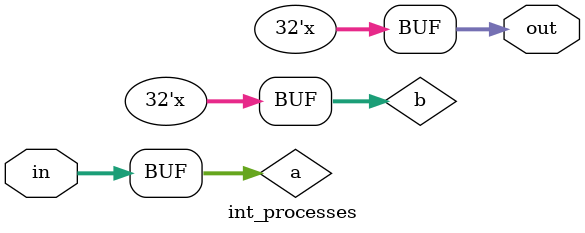
<source format=sv>
module int_processes(
    input int in,
    output int out
);

int a;
int b;

always @(in, a) begin
    a <= in;
    b <= a + in;
end

always_comb begin
    out = b;
end

endmodule

</source>
